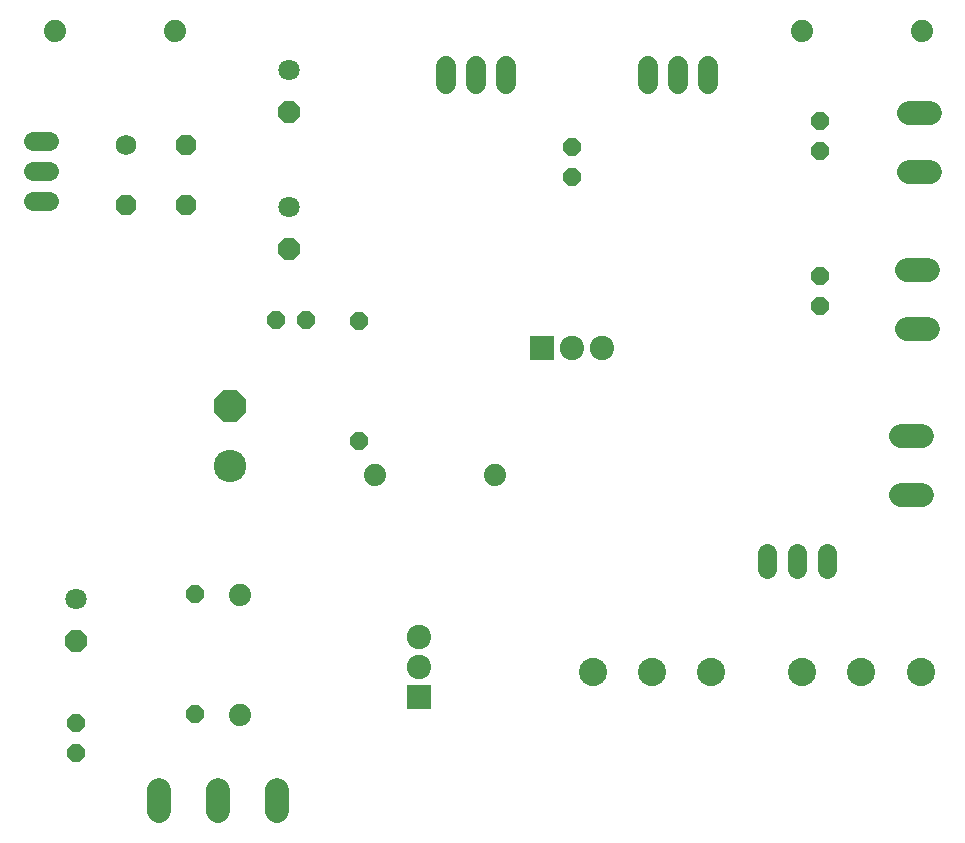
<source format=gbr>
G04 EAGLE Gerber RS-274X export*
G75*
%MOMM*%
%FSLAX34Y34*%
%LPD*%
%INSoldermask Bottom*%
%IPPOS*%
%AMOC8*
5,1,8,0,0,1.08239X$1,22.5*%
G01*
%ADD10C,1.727200*%
%ADD11P,1.869504X8X22.500000*%
%ADD12P,1.951982X8X292.500000*%
%ADD13C,1.803400*%
%ADD14P,1.649562X8X292.500000*%
%ADD15C,2.743200*%
%ADD16P,2.969212X8X112.500000*%
%ADD17C,1.879600*%
%ADD18C,1.727200*%
%ADD19P,1.649562X8X202.500000*%
%ADD20P,1.649562X8X112.500000*%
%ADD21C,2.387600*%
%ADD22C,1.993900*%
%ADD23R,2.063200X2.063200*%
%ADD24C,2.063200*%
%ADD25C,1.625600*%


D10*
X172100Y782300D03*
D11*
X222900Y782300D03*
X222900Y731500D03*
X172100Y731500D03*
D12*
X309900Y809720D03*
D13*
X309900Y845280D03*
D12*
X309900Y694020D03*
D13*
X309900Y729580D03*
D14*
X549600Y780700D03*
X549600Y755300D03*
D15*
X259800Y510200D03*
D16*
X259800Y561000D03*
D14*
X759600Y671500D03*
X759600Y646100D03*
X759600Y802300D03*
X759600Y776900D03*
D17*
X382600Y502800D03*
X484200Y502800D03*
X268800Y299700D03*
X268800Y401300D03*
X213300Y878800D03*
X111700Y878800D03*
X846300Y878800D03*
X744700Y878800D03*
D18*
X442500Y848620D02*
X442500Y833380D01*
X467900Y833380D02*
X467900Y848620D01*
X493300Y848620D02*
X493300Y833380D01*
X613900Y833380D02*
X613900Y848620D01*
X639300Y848620D02*
X639300Y833380D01*
X664700Y833380D02*
X664700Y848620D01*
D19*
X324000Y634200D03*
X298600Y634200D03*
D14*
X369600Y632900D03*
X369600Y531300D03*
D20*
X230400Y300100D03*
X230400Y401700D03*
D21*
X567700Y335600D03*
X617700Y335600D03*
X667700Y335600D03*
X744700Y335900D03*
X794700Y335900D03*
X844700Y335900D03*
D22*
X851154Y626300D02*
X833247Y626300D01*
X833247Y676300D02*
X851154Y676300D01*
X846154Y485500D02*
X828247Y485500D01*
X828247Y535500D02*
X846154Y535500D01*
X852754Y759300D02*
X834847Y759300D01*
X834847Y809300D02*
X852754Y809300D01*
D23*
X420000Y314600D03*
D24*
X420000Y340000D03*
X420000Y365400D03*
D23*
X524600Y610000D03*
D24*
X550000Y610000D03*
X575400Y610000D03*
D25*
X765400Y437112D02*
X765400Y422888D01*
X740000Y422888D02*
X740000Y437112D01*
X714600Y437112D02*
X714600Y422888D01*
X107112Y734600D02*
X92888Y734600D01*
X92888Y760000D02*
X107112Y760000D01*
X107112Y785400D02*
X92888Y785400D01*
D14*
X130000Y292700D03*
X130000Y267300D03*
D12*
X130000Y362220D03*
D13*
X130000Y397780D03*
D22*
X200000Y236054D02*
X200000Y218147D01*
X250000Y218147D02*
X250000Y236054D01*
X300000Y236054D02*
X300000Y218147D01*
M02*

</source>
